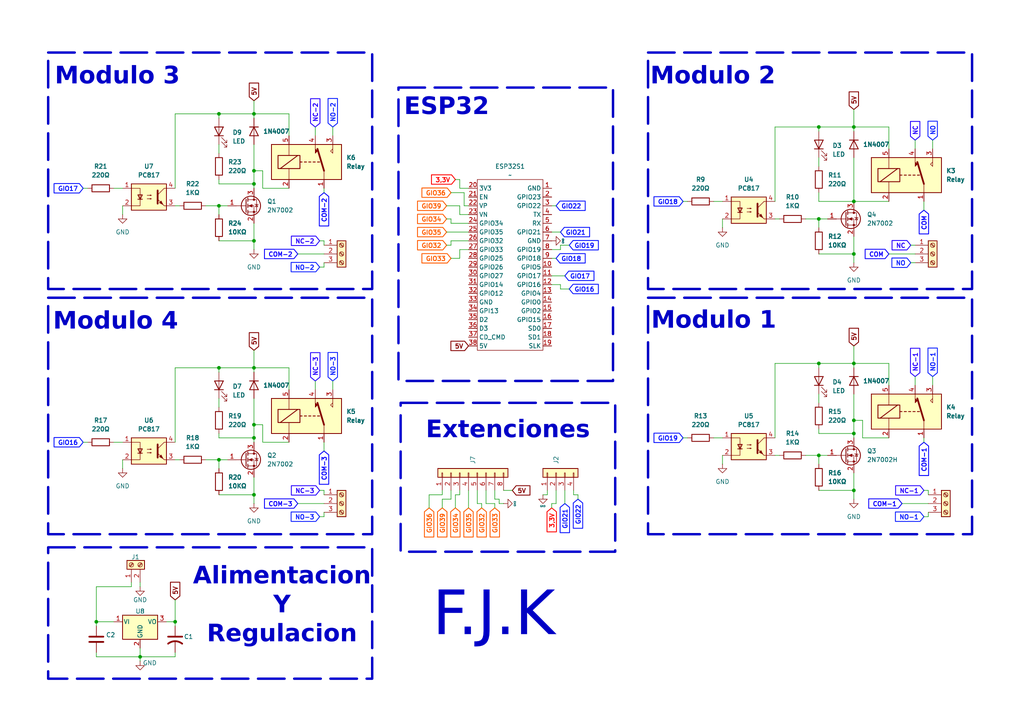
<source format=kicad_sch>
(kicad_sch (version 20250114) (generator "eeschema") (generator_version "9.0")
  (paper "A4")
  (title_block (title "RELE-WIFI"))
  (lib_symbols
    (symbol "6°3RA_Nahuel:ESP32S_32_PINES"
      (property "Reference" "ESP32S" (at 0 0 0))
      (symbol "ESP32S_32_PINES_1_1"
        (pin input line (at -12.7 -3.81 0) (length 2.54) (name "3V3") (number "20"))
        (pin input line (at -12.7 -6.35 0) (length 2.54) (name "EN") (number "21"))
        (pin input line (at -12.7 -8.89 0) (length 2.54) (name "VP") (number "22"))
        (pin input line (at -12.7 -11.43 0) (length 2.54) (name "VN") (number "23"))
        (pin input line (at -12.7 -13.97 0) (length 2.54) (name "GPIO34") (number "24"))
        (pin input line (at -12.7 -16.51 0) (length 2.54) (name "GPIO35") (number "25"))
        (pin input line (at -12.7 -19.05 0) (length 2.54) (name "GPIO32") (number "26"))
        (pin input line (at -12.7 -21.59 0) (length 2.54) (name "GPIO33") (number "27"))
        (pin input line (at -12.7 -24.13 0) (length 2.54) (name "GPIO25") (number "28"))
        (pin input line (at -12.7 -26.67 0) (length 2.54) (name "GPIO26") (number "29"))
        (pin input line (at -12.7 -29.21 0) (length 2.54) (name "GPIO27") (number "30"))
        (pin input line (at -12.7 -31.75 0) (length 2.54) (name "GPIO14") (number "31"))
        (pin input line (at -12.7 -34.29 0) (length 2.54) (name "GPIO12") (number "32"))
        (pin input line (at -12.7 -36.83 0) (length 2.54) (name "GND") (number "33"))
        (pin input line (at -12.7 -39.37 0) (length 2.54) (name "GPI13") (number "34"))
        (pin input line (at -12.7 -41.91 0) (length 2.54) (name "D2") (number "35"))
        (pin input line (at -12.7 -44.45 0) (length 2.54) (name "D3") (number "36"))
        (pin input line (at -12.7 -46.99 0) (length 2.54) (name "CD_CMD") (number "37"))
        (pin input line (at -12.7 -49.53 0) (length 2.54) (name "5V") (number "38"))
        (pin input line (at 11.43 -3.81 180) (length 2.54) (name "GND") (number "1"))
        (pin input line (at 11.43 -6.35 180) (length 2.54) (name "GPIO23") (number "2"))
        (pin input line (at 11.43 -8.89 180) (length 2.54) (name "GPIO22") (number "3"))
        (pin input line (at 11.43 -11.43 180) (length 2.54) (name "TX") (number "4"))
        (pin input line (at 11.43 -13.97 180) (length 2.54) (name "RX") (number "5"))
        (pin input line (at 11.43 -16.51 180) (length 2.54) (name "GPIO21") (number "6"))
        (pin input line (at 11.43 -19.05 180) (length 2.54) (name "GND") (number "7"))
        (pin input line (at 11.43 -21.59 180) (length 2.54) (name "GPIO19") (number "8"))
        (pin input line (at 11.43 -24.13 180) (length 2.54) (name "GPIO18") (number "9"))
        (pin input line (at 11.43 -26.67 180) (length 2.54) (name "GPIO5") (number "10"))
        (pin input line (at 11.43 -29.21 180) (length 2.54) (name "GPIO17") (number "11"))
        (pin input line (at 11.43 -31.75 180) (length 2.54) (name "GPIO16") (number "12"))
        (pin input line (at 11.43 -34.29 180) (length 2.54) (name "GPIO4") (number "13"))
        (pin input line (at 11.43 -36.83 180) (length 2.54) (name "GPIO0") (number "14"))
        (pin input line (at 11.43 -39.37 180) (length 2.54) (name "GPIO2") (number "15"))
        (pin input line (at 11.43 -41.91 180) (length 2.54) (name "GPIO15") (number "16"))
        (pin input line (at 11.43 -44.45 180) (length 2.54) (name "SD0") (number "17"))
        (pin input line (at 11.43 -46.99 180) (length 2.54) (name "SD1") (number "18"))
        (pin input line (at 11.43 -49.53 180) (length 2.54) (name "SLK") (number "19"))
      )
    )
    (symbol "Connector:Screw_Terminal_01x02" (pin_names (offset 1.016) (hide yes))
      (property "Reference" "J" (at 0 2.54 0))
      (property "Value" "Screw_Terminal_01x02" (at 0 -5.08 0))
      (symbol "Screw_Terminal_01x02_1_1"
        (pin passive line (at -5.08 0 0) (length 3.81) (name "Pin_1") (number "1"))
        (pin passive line (at -5.08 -2.54 0) (length 3.81) (name "Pin_2") (number "2"))
      )
    )
    (symbol "Connector:Screw_Terminal_01x03" (pin_names (offset 1.016) (hide yes))
      (property "Reference" "J" (at 0 5.08 0))
      (property "Value" "Screw_Terminal_01x03" (at 0 -5.08 0))
      (symbol "Screw_Terminal_01x03_1_1"
        (pin passive line (at -5.08 2.54 0) (length 3.81) (name "Pin_1") (number "1"))
        (pin passive line (at -5.08 0 0) (length 3.81) (name "Pin_2") (number "2"))
        (pin passive line (at -5.08 -2.54 0) (length 3.81) (name "Pin_3") (number "3"))
      )
    )
    (symbol "Connector_Generic:Conn_01x04" (pin_names (offset 1.016) (hide yes))
      (property "Reference" "J" (at 0 5.08 0))
      (property "Value" "Conn_01x04" (at 0 -7.62 0))
      (symbol "Conn_01x04_1_1"
        (pin passive line (at -5.08 2.54 0) (length 3.81) (name "Pin_1") (number "1"))
        (pin passive line (at -5.08 0 0) (length 3.81) (name "Pin_2") (number "2"))
        (pin passive line (at -5.08 -2.54 0) (length 3.81) (name "Pin_3") (number "3"))
        (pin passive line (at -5.08 -5.08 0) (length 3.81) (name "Pin_4") (number "4"))
      )
    )
    (symbol "Connector_Generic:Conn_01x08" (pin_names (offset 1.016) (hide yes))
      (property "Reference" "J" (at 0 10.16 0))
      (property "Value" "Conn_01x08" (at 0 -12.7 0))
      (symbol "Conn_01x08_1_1"
        (pin passive line (at -5.08 7.62 0) (length 3.81) (name "Pin_1") (number "1"))
        (pin passive line (at -5.08 5.08 0) (length 3.81) (name "Pin_2") (number "2"))
        (pin passive line (at -5.08 2.54 0) (length 3.81) (name "Pin_3") (number "3"))
        (pin passive line (at -5.08 0 0) (length 3.81) (name "Pin_4") (number "4"))
        (pin passive line (at -5.08 -2.54 0) (length 3.81) (name "Pin_5") (number "5"))
        (pin passive line (at -5.08 -5.08 0) (length 3.81) (name "Pin_6") (number "6"))
        (pin passive line (at -5.08 -7.62 0) (length 3.81) (name "Pin_7") (number "7"))
        (pin passive line (at -5.08 -10.16 0) (length 3.81) (name "Pin_8") (number "8"))
      )
    )
    (symbol "Device:C" (pin_numbers (hide yes)) (pin_names (offset 0.254))
      (property "Reference" "C" (at 0.635 2.54 0))
      (property "Value" "C" (at 0.635 -2.54 0))
      (symbol "C_1_1"
        (pin passive line (at 0 3.81 270) (length 2.794) (name "~") (number "1"))
        (pin passive line (at 0 -3.81 90) (length 2.794) (name "~") (number "2"))
      )
    )
    (symbol "Device:C_US" (pin_numbers (hide yes)) (pin_names (offset 0.254) (hide yes))
      (property "Reference" "C" (at 0.635 2.54 0))
      (property "Value" "C_US" (at 0.635 -2.54 0))
      (symbol "C_US_1_1"
        (pin passive line (at 0 3.81 270) (length 2.794) (name "~") (number "1"))
        (pin passive line (at 0 -3.81 90) (length 3.302) (name "~") (number "2"))
      )
    )
    (symbol "Device:LED" (pin_numbers (hide yes)) (pin_names (offset 1.016) (hide yes))
      (property "Reference" "D" (at 0 2.54 0))
      (property "Value" "LED" (at 0 -2.54 0))
      (symbol "LED_1_1"
        (pin passive line (at -3.81 0 0) (length 2.54) (name "K") (number "1"))
        (pin passive line (at 3.81 0 180) (length 2.54) (name "A") (number "2"))
      )
    )
    (symbol "Device:R" (pin_numbers (hide yes)) (pin_names (offset 0))
      (property "Reference" "R" (at 2.032 0 90))
      (property "Value" "R" (at 0 0 90))
      (symbol "R_1_1"
        (pin passive line (at 0 3.81 270) (length 1.27) (name "~") (number "1"))
        (pin passive line (at 0 -3.81 90) (length 1.27) (name "~") (number "2"))
      )
    )
    (symbol "Diode:1N4007" (pin_numbers (hide yes)) (pin_names (hide yes))
      (property "Reference" "D" (at 0 2.54 0))
      (property "Value" "1N4007" (at 0 -2.54 0))
      (symbol "1N4007_1_1"
        (pin passive line (at -3.81 0 0) (length 2.54) (name "K") (number "1"))
        (pin passive line (at 3.81 0 180) (length 2.54) (name "A") (number "2"))
      )
    )
    (symbol "Isolator:PC817" (pin_names (offset 1.016))
      (property "Reference" "U" (at -5.08 5.08 0))
      (property "Value" "PC817" (at 0 5.08 0))
      (symbol "PC817_1_1"
        (pin passive line (at -7.62 2.54 0) (length 2.54) (name "~") (number "1"))
        (pin passive line (at -7.62 -2.54 0) (length 2.54) (name "~") (number "2"))
        (pin passive line (at 7.62 2.54 180) (length 2.54) (name "~") (number "4"))
        (pin passive line (at 7.62 -2.54 180) (length 2.54) (name "~") (number "3"))
      )
    )
    (symbol "Regulator_Linear:KA78M05_TO252" (pin_names (offset 0.254))
      (property "Reference" "U" (at -3.81 3.175 0))
      (property "Value" "KA78M05_TO252" (at 0 3.175 0))
      (symbol "KA78M05_TO252_1_1"
        (pin power_in line (at -7.62 0 0) (length 2.54) (name "VI") (number "1"))
        (pin power_in line (at 0 -7.62 90) (length 2.54) (name "GND") (number "2"))
        (pin power_out line (at 7.62 0 180) (length 2.54) (name "VO") (number "3"))
      )
    )
    (symbol "Relay:SANYOU_SRD_Form_C"
      (property "Reference" "K" (at 11.43 3.81 0))
      (property "Value" "SANYOU_SRD_Form_C" (at 11.43 1.27 0))
      (symbol "SANYOU_SRD_Form_C_1_1"
        (pin passive line (at -5.08 7.62 270) (length 2.54) (name "~") (number "5"))
        (pin passive line (at -5.08 -7.62 90) (length 2.54) (name "~") (number "2"))
        (pin passive line (at 2.54 7.62 270) (length 2.54) (name "~") (number "4"))
        (pin passive line (at 5.08 -7.62 90) (length 2.54) (name "~") (number "1"))
        (pin passive line (at 7.62 7.62 270) (length 2.54) (name "~") (number "3"))
      )
    )
    (symbol "Transistor_FET:2N7002" (pin_names (hide yes))
      (property "Reference" "Q" (at 5.08 1.905 0))
      (property "Value" "2N7002" (at 5.08 0 0))
      (symbol "2N7002_1_1"
        (pin input line (at -5.08 0 0) (length 2.54) (name "G") (number "1"))
        (pin passive line (at 2.54 5.08 270) (length 2.54) (name "D") (number "3"))
        (pin passive line (at 2.54 -5.08 90) (length 2.54) (name "S") (number "2"))
      )
    )
    (symbol "Transistor_FET:2N7002H" (pin_names (hide yes))
      (property "Reference" "Q" (at 5.08 1.905 0))
      (property "Value" "2N7002H" (at 5.08 0 0))
      (symbol "2N7002H_1_1"
        (pin input line (at -5.08 0 0) (length 2.54) (name "G") (number "1"))
        (pin passive line (at 2.54 5.08 270) (length 2.54) (name "D") (number "3"))
        (pin passive line (at 2.54 -5.08 90) (length 2.54) (name "S") (number "2"))
      )
    )
    (symbol "power:GND" (power) (pin_numbers (hide yes)) (pin_names (offset 0) (hide yes))
      (property "Value" "GND" (at 0 -3.81 0))
      (symbol "GND_1_1"
        (pin power_in line (at 0 0 270) (length 0) (name "~") (number "1"))
      )
    )
  )
  (rectangle (start 13.97 158.75) (end 107.95 196.85) (stroke (width 0.7) (type dash)))
  (rectangle (start 13.97 15.24) (end 107.95 83.82) (stroke (width 0.7) (type dash)))
  (rectangle (start 115.57 25.4) (end 177.8 110.49) (stroke (width 0.7) (type dash)))
  (rectangle (start 116.205 116.84) (end 178.435 160.02) (stroke (width 0.7) (type dash)))
  (rectangle (start 187.96 15.24) (end 281.94 83.82) (stroke (width 0.7) (type dash)))
  (rectangle (start 13.97 86.36) (end 107.95 154.94) (stroke (width 0.7) (type dash)))
  (rectangle (start 187.96 86.36) (end 281.94 154.94) (stroke (width 0.7) (type dash)))
  (text "ESP32" (at 129.54 32.512 0) (effects (font (size 5 5) (thickness 0.254) (bold yes))))
  (text "Modulo 1\n" (at 207.01 94.488 0) (effects (font (size 5 5) (thickness 0.254) (bold yes))))
  (text "F.J.K" (at 143.256 182.118 0) (effects (font (size 12.7 12.7))))
  (text "Extenciones" (at 147.32 126.238 0) (effects (font (size 5 5) (thickness 0.254) (bold yes))))
  (text "Modulo 2\n" (at 206.756 23.622 0) (effects (font (size 5 5) (thickness 0.254) (bold yes))))
  (text "Alimentacion\nY\nRegulacion" (at 81.788 177.038 0) (effects (font (size 5 5) (thickness 0.254) (bold yes))))
  (text "Modulo 4" (at 33.528 94.742 0) (effects (font (size 5 5) (thickness 0.254) (bold yes))))
  (text "Modulo 3" (at 34.036 23.622 0) (effects (font (size 5 5) (thickness 0.254) (bold yes))))
  (junction (at 247.65 121.92))
  (junction (at 247.65 125.73))
  (junction (at 73.66 69.85))
  (junction (at 63.5 33.02))
  (junction (at 237.49 132.08))
  (junction (at 73.66 49.53))
  (junction (at 237.49 36.83))
  (junction (at 73.66 53.34))
  (junction (at 237.49 105.41))
  (junction (at 73.66 33.02))
  (junction (at 73.66 127))
  (junction (at 247.65 105.41))
  (junction (at 63.5 59.69))
  (junction (at 247.65 36.83))
  (junction (at 63.5 106.68))
  (junction (at 50.8 180.34))
  (junction (at 237.49 63.5))
  (junction (at 73.66 106.68))
  (junction (at 247.65 73.66))
  (junction (at 73.66 123.19))
  (junction (at 247.65 58.42))
  (junction (at 247.65 142.24))
  (junction (at 73.66 143.51))
  (junction (at 40.64 190.5))
  (junction (at 27.94 180.34))
  (junction (at 63.5 133.35))
  (wire (pts (xy 93.98 69.85) (xy 92.71 69.85)))
  (wire (pts (xy 128.27 147.32) (xy 128.27 144.78)))
  (wire (pts (xy 144.78 144.78) (xy 144.78 146.05)))
  (wire (pts (xy 160.02 146.05) (xy 161.29 146.05)))
  (wire (pts (xy 257.81 105.41) (xy 247.65 105.41)))
  (wire (pts (xy 269.24 142.24) (xy 269.24 143.51)))
  (wire (pts (xy 224.79 36.83) (xy 237.49 36.83)))
  (wire (pts (xy 233.68 132.08) (xy 237.49 132.08)))
  (wire (pts (xy 73.66 69.85) (xy 73.66 72.39)))
  (wire (pts (xy 73.66 101.6) (xy 73.66 106.68)))
  (wire (pts (xy 143.51 146.05) (xy 140.97 146.05)))
  (wire (pts (xy 73.66 138.43) (xy 73.66 143.51)))
  (wire (pts (xy 50.8 173.99) (xy 50.8 180.34)))
  (wire (pts (xy 35.56 133.35) (xy 35.56 135.89)))
  (wire (pts (xy 73.66 33.02) (xy 73.66 34.29)))
  (wire (pts (xy 93.98 149.86) (xy 92.71 149.86)))
  (wire (pts (xy 63.5 53.34) (xy 73.66 53.34)))
  (wire (pts (xy 143.51 147.32) (xy 143.51 146.05)))
  (wire (pts (xy 247.65 105.41) (xy 247.65 106.68)))
  (wire (pts (xy 157.48 143.51) (xy 158.75 143.51)))
  (wire (pts (xy 130.81 63.5) (xy 130.81 64.77)))
  (wire (pts (xy 265.43 76.2) (xy 264.16 76.2)))
  (wire (pts (xy 91.44 110.49) (xy 91.44 113.03)))
  (wire (pts (xy 63.5 59.69) (xy 63.5 62.23)))
  (wire (pts (xy 247.65 73.66) (xy 247.65 76.2)))
  (wire (pts (xy 267.97 127) (xy 267.97 128.27)))
  (wire (pts (xy 140.97 146.05) (xy 140.97 142.24)))
  (wire (pts (xy 132.08 147.32) (xy 132.08 143.51)))
  (wire (pts (xy 209.55 132.08) (xy 209.55 134.62)))
  (wire (pts (xy 130.81 64.77) (xy 135.89 64.77)))
  (wire (pts (xy 96.52 36.83) (xy 96.52 39.37)))
  (wire (pts (xy 160.02 72.39) (xy 162.56 72.39)))
  (wire (pts (xy 93.98 73.66) (xy 86.36 73.66)))
  (wire (pts (xy 124.46 147.32) (xy 124.46 143.51)))
  (wire (pts (xy 143.51 142.24) (xy 143.51 144.78)))
  (wire (pts (xy 257.81 127) (xy 250.19 127)))
  (wire (pts (xy 237.49 58.42) (xy 237.49 55.88)))
  (wire (pts (xy 50.8 189.23) (xy 50.8 190.5)))
  (wire (pts (xy 130.81 71.12) (xy 129.54 71.12)))
  (wire (pts (xy 83.82 106.68) (xy 73.66 106.68)))
  (wire (pts (xy 33.02 128.27) (xy 35.56 128.27)))
  (wire (pts (xy 133.35 74.93) (xy 133.35 72.39)))
  (wire (pts (xy 63.5 115.57) (xy 63.5 118.11)))
  (wire (pts (xy 237.49 132.08) (xy 237.49 134.62)))
  (wire (pts (xy 63.5 106.68) (xy 73.66 106.68)))
  (wire (pts (xy 83.82 33.02) (xy 73.66 33.02)))
  (wire (pts (xy 138.43 146.05) (xy 138.43 142.24)))
  (wire (pts (xy 27.94 170.18) (xy 38.1 170.18)))
  (wire (pts (xy 224.79 105.41) (xy 224.79 127)))
  (wire (pts (xy 50.8 106.68) (xy 63.5 106.68)))
  (wire (pts (xy 237.49 63.5) (xy 237.49 66.04)))
  (wire (pts (xy 76.2 128.27) (xy 76.2 123.19)))
  (wire (pts (xy 76.2 54.61) (xy 76.2 49.53)))
  (wire (pts (xy 198.12 58.42) (xy 199.39 58.42)))
  (wire (pts (xy 73.66 123.19) (xy 73.66 127)))
  (wire (pts (xy 207.01 58.42) (xy 209.55 58.42)))
  (wire (pts (xy 160.02 67.31) (xy 162.56 67.31)))
  (wire (pts (xy 93.98 69.85) (xy 93.98 71.12)))
  (wire (pts (xy 139.7 147.32) (xy 139.7 146.05)))
  (wire (pts (xy 247.65 137.16) (xy 247.65 142.24)))
  (wire (pts (xy 129.54 63.5) (xy 130.81 63.5)))
  (wire (pts (xy 269.24 146.05) (xy 261.62 146.05)))
  (wire (pts (xy 144.78 146.05) (xy 146.05 146.05)))
  (wire (pts (xy 50.8 181.61) (xy 50.8 180.34)))
  (wire (pts (xy 40.64 190.5) (xy 40.64 191.77)))
  (wire (pts (xy 224.79 105.41) (xy 237.49 105.41)))
  (wire (pts (xy 130.81 144.78) (xy 130.81 142.24)))
  (wire (pts (xy 265.43 71.12) (xy 264.16 71.12)))
  (wire (pts (xy 207.01 127) (xy 209.55 127)))
  (wire (pts (xy 198.12 127) (xy 199.39 127)))
  (wire (pts (xy 35.56 59.69) (xy 35.56 62.23)))
  (wire (pts (xy 250.19 127) (xy 250.19 121.92)))
  (wire (pts (xy 133.35 59.69) (xy 129.54 59.69)))
  (wire (pts (xy 27.94 190.5) (xy 40.64 190.5)))
  (wire (pts (xy 247.65 58.42) (xy 257.81 58.42)))
  (wire (pts (xy 134.62 59.69) (xy 135.89 59.69)))
  (wire (pts (xy 73.66 53.34) (xy 73.66 54.61)))
  (wire (pts (xy 63.5 33.02) (xy 63.5 34.29)))
  (wire (pts (xy 27.94 181.61) (xy 27.94 180.34)))
  (wire (pts (xy 247.65 100.33) (xy 247.65 105.41)))
  (wire (pts (xy 24.13 54.61) (xy 25.4 54.61)))
  (wire (pts (xy 247.65 68.58) (xy 247.65 73.66)))
  (wire (pts (xy 50.8 33.02) (xy 50.8 54.61)))
  (wire (pts (xy 93.98 128.27) (xy 93.98 130.81)))
  (wire (pts (xy 162.56 82.55) (xy 162.56 83.82)))
  (wire (pts (xy 224.79 63.5) (xy 226.06 63.5)))
  (wire (pts (xy 63.5 127) (xy 63.5 125.73)))
  (wire (pts (xy 83.82 54.61) (xy 76.2 54.61)))
  (wire (pts (xy 265.43 40.64) (xy 265.43 43.18)))
  (wire (pts (xy 76.2 123.19) (xy 73.66 123.19)))
  (wire (pts (xy 73.66 41.91) (xy 73.66 49.53)))
  (wire (pts (xy 247.65 142.24) (xy 247.65 144.78)))
  (wire (pts (xy 93.98 149.86) (xy 93.98 148.59)))
  (wire (pts (xy 50.8 133.35) (xy 52.07 133.35)))
  (wire (pts (xy 128.27 144.78) (xy 130.81 144.78)))
  (wire (pts (xy 73.66 106.68) (xy 73.66 107.95)))
  (wire (pts (xy 48.26 180.34) (xy 50.8 180.34)))
  (wire (pts (xy 93.98 77.47) (xy 92.71 77.47)))
  (wire (pts (xy 130.81 55.88) (xy 134.62 55.88)))
  (wire (pts (xy 160.02 59.69) (xy 161.29 59.69)))
  (wire (pts (xy 133.35 72.39) (xy 135.89 72.39)))
  (wire (pts (xy 237.49 36.83) (xy 247.65 36.83)))
  (wire (pts (xy 237.49 45.72) (xy 237.49 48.26)))
  (wire (pts (xy 63.5 33.02) (xy 73.66 33.02)))
  (wire (pts (xy 27.94 180.34) (xy 33.02 180.34)))
  (wire (pts (xy 167.64 144.78) (xy 167.64 143.51)))
  (wire (pts (xy 124.46 143.51) (xy 128.27 143.51)))
  (wire (pts (xy 162.56 71.12) (xy 165.1 71.12)))
  (wire (pts (xy 237.49 125.73) (xy 247.65 125.73)))
  (wire (pts (xy 63.5 127) (xy 73.66 127)))
  (wire (pts (xy 27.94 189.23) (xy 27.94 190.5)))
  (wire (pts (xy 143.51 144.78) (xy 144.78 144.78)))
  (wire (pts (xy 63.5 69.85) (xy 73.66 69.85)))
  (wire (pts (xy 83.82 128.27) (xy 76.2 128.27)))
  (wire (pts (xy 247.65 31.75) (xy 247.65 36.83)))
  (wire (pts (xy 40.64 187.96) (xy 40.64 190.5)))
  (wire (pts (xy 93.98 142.24) (xy 92.71 142.24)))
  (wire (pts (xy 130.81 69.85) (xy 130.81 71.12)))
  (wire (pts (xy 59.69 133.35) (xy 63.5 133.35)))
  (wire (pts (xy 237.49 73.66) (xy 247.65 73.66)))
  (wire (pts (xy 40.64 168.91) (xy 40.64 170.18)))
  (wire (pts (xy 162.56 83.82) (xy 165.1 83.82)))
  (wire (pts (xy 247.65 125.73) (xy 247.65 127)))
  (wire (pts (xy 247.65 121.92) (xy 247.65 125.73)))
  (wire (pts (xy 162.56 72.39) (xy 162.56 71.12)))
  (wire (pts (xy 250.19 121.92) (xy 247.65 121.92)))
  (wire (pts (xy 247.65 114.3) (xy 247.65 121.92)))
  (wire (pts (xy 96.52 110.49) (xy 96.52 113.03)))
  (wire (pts (xy 269.24 149.86) (xy 269.24 148.59)))
  (wire (pts (xy 161.29 146.05) (xy 161.29 142.24)))
  (wire (pts (xy 83.82 33.02) (xy 83.82 39.37)))
  (wire (pts (xy 133.35 62.23) (xy 133.35 59.69)))
  (wire (pts (xy 73.66 29.21) (xy 73.66 33.02)))
  (wire (pts (xy 50.8 106.68) (xy 50.8 128.27)))
  (wire (pts (xy 237.49 36.83) (xy 237.49 38.1)))
  (wire (pts (xy 133.35 54.61) (xy 133.35 52.07)))
  (wire (pts (xy 128.27 143.51) (xy 128.27 142.24)))
  (wire (pts (xy 63.5 59.69) (xy 66.04 59.69)))
  (wire (pts (xy 50.8 190.5) (xy 40.64 190.5)))
  (wire (pts (xy 269.24 142.24) (xy 267.97 142.24)))
  (wire (pts (xy 237.49 142.24) (xy 247.65 142.24)))
  (wire (pts (xy 63.5 133.35) (xy 66.04 133.35)))
  (wire (pts (xy 160.02 147.32) (xy 160.02 146.05)))
  (wire (pts (xy 135.89 54.61) (xy 133.35 54.61)))
  (wire (pts (xy 139.7 146.05) (xy 138.43 146.05)))
  (wire (pts (xy 237.49 125.73) (xy 237.49 124.46)))
  (wire (pts (xy 33.02 54.61) (xy 35.56 54.61)))
  (wire (pts (xy 267.97 58.42) (xy 267.97 60.96)))
  (wire (pts (xy 38.1 168.91) (xy 38.1 170.18)))
  (wire (pts (xy 158.75 142.24) (xy 158.75 143.51)))
  (wire (pts (xy 209.55 63.5) (xy 209.55 66.04)))
  (wire (pts (xy 91.44 36.83) (xy 91.44 39.37)))
  (wire (pts (xy 167.64 143.51) (xy 166.37 143.51)))
  (wire (pts (xy 63.5 41.91) (xy 63.5 44.45)))
  (wire (pts (xy 257.81 36.83) (xy 257.81 43.18)))
  (wire (pts (xy 93.98 142.24) (xy 93.98 143.51)))
  (wire (pts (xy 224.79 36.83) (xy 224.79 58.42)))
  (wire (pts (xy 59.69 59.69) (xy 63.5 59.69)))
  (wire (pts (xy 247.65 36.83) (xy 247.65 38.1)))
  (wire (pts (xy 237.49 132.08) (xy 240.03 132.08)))
  (wire (pts (xy 160.02 82.55) (xy 162.56 82.55)))
  (wire (pts (xy 93.98 77.47) (xy 93.98 76.2)))
  (wire (pts (xy 24.13 128.27) (xy 25.4 128.27)))
  (wire (pts (xy 233.68 63.5) (xy 237.49 63.5)))
  (wire (pts (xy 93.98 146.05) (xy 86.36 146.05)))
  (wire (pts (xy 237.49 58.42) (xy 247.65 58.42)))
  (wire (pts (xy 50.8 33.02) (xy 63.5 33.02)))
  (wire (pts (xy 270.51 109.22) (xy 270.51 111.76)))
  (wire (pts (xy 83.82 106.68) (xy 83.82 113.03)))
  (wire (pts (xy 265.43 109.22) (xy 265.43 111.76)))
  (wire (pts (xy 269.24 149.86) (xy 267.97 149.86)))
  (wire (pts (xy 146.05 142.24) (xy 148.59 142.24)))
  (wire (pts (xy 63.5 106.68) (xy 63.5 107.95)))
  (wire (pts (xy 73.66 49.53) (xy 73.66 53.34)))
  (wire (pts (xy 133.35 52.07) (xy 132.08 52.07)))
  (wire (pts (xy 270.51 40.64) (xy 270.51 43.18)))
  (wire (pts (xy 237.49 63.5) (xy 240.03 63.5)))
  (wire (pts (xy 160.02 74.93) (xy 161.29 74.93)))
  (wire (pts (xy 135.89 62.23) (xy 133.35 62.23)))
  (wire (pts (xy 93.98 54.61) (xy 93.98 55.88)))
  (wire (pts (xy 133.35 143.51) (xy 133.35 142.24)))
  (wire (pts (xy 130.81 74.93) (xy 133.35 74.93)))
  (wire (pts (xy 63.5 143.51) (xy 73.66 143.51)))
  (wire (pts (xy 237.49 114.3) (xy 237.49 116.84)))
  (wire (pts (xy 163.83 142.24) (xy 163.83 146.05)))
  (wire (pts (xy 76.2 49.53) (xy 73.66 49.53)))
  (wire (pts (xy 73.66 115.57) (xy 73.66 123.19)))
  (wire (pts (xy 237.49 105.41) (xy 237.49 106.68)))
  (wire (pts (xy 135.89 69.85) (xy 130.81 69.85)))
  (wire (pts (xy 27.94 170.18) (xy 27.94 180.34)))
  (wire (pts (xy 129.54 67.31) (xy 135.89 67.31)))
  (wire (pts (xy 73.66 64.77) (xy 73.66 69.85)))
  (wire (pts (xy 224.79 132.08) (xy 226.06 132.08)))
  (wire (pts (xy 73.66 143.51) (xy 73.66 146.05)))
  (wire (pts (xy 134.62 55.88) (xy 134.62 59.69)))
  (wire (pts (xy 50.8 59.69) (xy 52.07 59.69)))
  (wire (pts (xy 73.66 127) (xy 73.66 128.27)))
  (wire (pts (xy 160.02 80.01) (xy 163.83 80.01)))
  (wire (pts (xy 265.43 73.66) (xy 257.81 73.66)))
  (wire (pts (xy 166.37 143.51) (xy 166.37 142.24)))
  (wire (pts (xy 257.81 36.83) (xy 247.65 36.83)))
  (wire (pts (xy 132.08 143.51) (xy 133.35 143.51)))
  (wire (pts (xy 257.81 105.41) (xy 257.81 111.76)))
  (wire (pts (xy 63.5 53.34) (xy 63.5 52.07)))
  (wire (pts (xy 63.5 133.35) (xy 63.5 135.89)))
  (wire (pts (xy 237.49 105.41) (xy 247.65 105.41)))
  (wire (pts (xy 247.65 45.72) (xy 247.65 58.42)))
  (wire (pts (xy 135.89 147.32) (xy 135.89 142.24)))
  (global_label "5V" (shape input) (at 247.65 31.75 90) (effects (font (thickness 0.254) (bold yes))) (property "Intersheetrefs" "${INTERSHEET_REFS}" (effects (hide yes))))
  (global_label "NC-1" (shape input) (at 265.43 109.22 90) (effects (font (thickness 0.254) (bold yes))) (property "Intersheetrefs" "${INTERSHEET_REFS}" (effects (hide yes))))
  (global_label "GIO36" (shape input) (at 124.46 147.32 270) (effects (font (thickness 0.254) (bold yes))) (property "Intersheetrefs" "${INTERSHEET_REFS}" (effects (hide yes))))
  (global_label "GIO21" (shape input) (at 162.56 67.31 0) (effects (font (thickness 0.254) (bold yes))) (property "Intersheetrefs" "${INTERSHEET_REFS}" (effects (hide yes))))
  (global_label "GIO33" (shape input) (at 143.51 147.32 270) (effects (font (thickness 0.254) (bold yes))) (property "Intersheetrefs" "${INTERSHEET_REFS}" (effects (hide yes))))
  (global_label "GIO21" (shape input) (at 163.83 146.05 270) (effects (font (thickness 0.254) (bold yes))) (property "Intersheetrefs" "${INTERSHEET_REFS}" (effects (hide yes))))
  (global_label "GIO35" (shape input) (at 129.54 67.31 180) (effects (font (thickness 0.254) (bold yes))) (property "Intersheetrefs" "${INTERSHEET_REFS}" (effects (hide yes))))
  (global_label "5V" (shape input) (at 73.66 101.6 90) (effects (font (thickness 0.254) (bold yes))) (property "Intersheetrefs" "${INTERSHEET_REFS}" (effects (hide yes))))
  (global_label "NO-1" (shape input) (at 270.51 109.22 90) (effects (font (thickness 0.254) (bold yes))) (property "Intersheetrefs" "${INTERSHEET_REFS}" (effects (hide yes))))
  (global_label "COM" (shape input) (at 267.97 60.96 270) (effects (font (thickness 0.254) (bold yes))) (property "Intersheetrefs" "${INTERSHEET_REFS}" (effects (hide yes))))
  (global_label "GIO39" (shape input) (at 128.27 147.32 270) (effects (font (thickness 0.254) (bold yes))) (property "Intersheetrefs" "${INTERSHEET_REFS}" (effects (hide yes))))
  (global_label "NO" (shape input) (at 264.16 76.2 180) (effects (font (thickness 0.254) (bold yes))) (property "Intersheetrefs" "${INTERSHEET_REFS}" (effects (hide yes))))
  (global_label "GIO22" (shape input) (at 167.64 144.78 270) (effects (font (thickness 0.254) (bold yes))) (property "Intersheetrefs" "${INTERSHEET_REFS}" (effects (hide yes))))
  (global_label "GIO34" (shape input) (at 132.08 147.32 270) (effects (font (thickness 0.254) (bold yes))) (property "Intersheetrefs" "${INTERSHEET_REFS}" (effects (hide yes))))
  (global_label "COM-3" (shape input) (at 93.98 130.81 270) (effects (font (thickness 0.254) (bold yes))) (property "Intersheetrefs" "${INTERSHEET_REFS}" (effects (hide yes))))
  (global_label "GIO36" (shape input) (at 130.81 55.88 180) (effects (font (thickness 0.254) (bold yes))) (property "Intersheetrefs" "${INTERSHEET_REFS}" (effects (hide yes))))
  (global_label "5V" (shape input) (at 247.65 100.33 90) (effects (font (thickness 0.254) (bold yes))) (property "Intersheetrefs" "${INTERSHEET_REFS}" (effects (hide yes))))
  (global_label "NC-3" (shape input) (at 91.44 110.49 90) (effects (font (thickness 0.254) (bold yes))) (property "Intersheetrefs" "${INTERSHEET_REFS}" (effects (hide yes))))
  (global_label "GIO32" (shape input) (at 139.7 147.32 270) (effects (font (thickness 0.254) (bold yes))) (property "Intersheetrefs" "${INTERSHEET_REFS}" (effects (hide yes))))
  (global_label "COM-1" (shape input) (at 267.97 128.27 270) (effects (font (thickness 0.254) (bold yes))) (property "Intersheetrefs" "${INTERSHEET_REFS}" (effects (hide yes))))
  (global_label "GIO17" (shape input) (at 163.83 80.01 0) (effects (font (thickness 0.254) (bold yes))) (property "Intersheetrefs" "${INTERSHEET_REFS}" (effects (hide yes))))
  (global_label "GIO18" (shape input) (at 161.29 74.93 0) (effects (font (thickness 0.254) (bold yes))) (property "Intersheetrefs" "${INTERSHEET_REFS}" (effects (hide yes))))
  (global_label "GIO33" (shape input) (at 130.81 74.93 180) (effects (font (thickness 0.254) (bold yes))) (property "Intersheetrefs" "${INTERSHEET_REFS}" (effects (hide yes))))
  (global_label "GIO16" (shape input) (at 24.13 128.27 180) (effects (font (thickness 0.254) (bold yes))) (property "Intersheetrefs" "${INTERSHEET_REFS}" (effects (hide yes))))
  (global_label "NO" (shape input) (at 270.51 40.64 90) (effects (font (thickness 0.254) (bold yes))) (property "Intersheetrefs" "${INTERSHEET_REFS}" (effects (hide yes))))
  (global_label "5V" (shape input) (at 50.8 173.99 90) (effects (font (thickness 0.254) (bold yes))) (property "Intersheetrefs" "${INTERSHEET_REFS}" (effects (hide yes))))
  (global_label "NC" (shape input) (at 264.16 71.12 180) (effects (font (thickness 0.254) (bold yes))) (property "Intersheetrefs" "${INTERSHEET_REFS}" (effects (hide yes))))
  (global_label "NO-3" (shape input) (at 96.52 110.49 90) (effects (font (thickness 0.254) (bold yes))) (property "Intersheetrefs" "${INTERSHEET_REFS}" (effects (hide yes))))
  (global_label "GIO35" (shape input) (at 135.89 147.32 270) (effects (font (thickness 0.254) (bold yes))) (property "Intersheetrefs" "${INTERSHEET_REFS}" (effects (hide yes))))
  (global_label "COM-1" (shape input) (at 261.62 146.05 180) (effects (font (thickness 0.254) (bold yes))) (property "Intersheetrefs" "${INTERSHEET_REFS}" (effects (hide yes))))
  (global_label "GIO18" (shape input) (at 198.12 58.42 180) (effects (font (thickness 0.254) (bold yes))) (property "Intersheetrefs" "${INTERSHEET_REFS}" (effects (hide yes))))
  (global_label "GIO16" (shape input) (at 165.1 83.82 0) (effects (font (thickness 0.254) (bold yes))) (property "Intersheetrefs" "${INTERSHEET_REFS}" (effects (hide yes))))
  (global_label "3,3V" (shape input) (at 160.02 147.32 270) (effects (font (thickness 0.254) (bold yes))) (property "Intersheetrefs" "${INTERSHEET_REFS}" (effects (hide yes))))
  (global_label "NC-2" (shape input) (at 91.44 36.83 90) (effects (font (thickness 0.254) (bold yes))) (property "Intersheetrefs" "${INTERSHEET_REFS}" (effects (hide yes))))
  (global_label "NC-2" (shape input) (at 92.71 69.85 180) (effects (font (thickness 0.254) (bold yes))) (property "Intersheetrefs" "${INTERSHEET_REFS}" (effects (hide yes))))
  (global_label "5V" (shape input) (at 148.59 142.24 0) (effects (font (thickness 0.254) (bold yes))) (property "Intersheetrefs" "${INTERSHEET_REFS}" (effects (hide yes))))
  (global_label "GIO19" (shape input) (at 198.12 127 180) (effects (font (thickness 0.254) (bold yes))) (property "Intersheetrefs" "${INTERSHEET_REFS}" (effects (hide yes))))
  (global_label "NO-2" (shape input) (at 92.71 77.47 180) (effects (font (thickness 0.254) (bold yes))) (property "Intersheetrefs" "${INTERSHEET_REFS}" (effects (hide yes))))
  (global_label "COM" (shape input) (at 257.81 73.66 180) (effects (font (thickness 0.254) (bold yes))) (property "Intersheetrefs" "${INTERSHEET_REFS}" (effects (hide yes))))
  (global_label "GIO22" (shape input) (at 161.29 59.69 0) (effects (font (thickness 0.254) (bold yes))) (property "Intersheetrefs" "${INTERSHEET_REFS}" (effects (hide yes))))
  (global_label "NO-1" (shape input) (at 267.97 149.86 180) (effects (font (thickness 0.254) (bold yes))) (property "Intersheetrefs" "${INTERSHEET_REFS}" (effects (hide yes))))
  (global_label "GIO19" (shape input) (at 165.1 71.12 0) (effects (font (thickness 0.254) (bold yes))) (property "Intersheetrefs" "${INTERSHEET_REFS}" (effects (hide yes))))
  (global_label "COM-3" (shape input) (at 86.36 146.05 180) (effects (font (thickness 0.254) (bold yes))) (property "Intersheetrefs" "${INTERSHEET_REFS}" (effects (hide yes))))
  (global_label "NC" (shape input) (at 265.43 40.64 90) (effects (font (thickness 0.254) (bold yes))) (property "Intersheetrefs" "${INTERSHEET_REFS}" (effects (hide yes))))
  (global_label "5V" (shape input) (at 73.66 29.21 90) (effects (font (thickness 0.254) (bold yes))) (property "Intersheetrefs" "${INTERSHEET_REFS}" (effects (hide yes))))
  (global_label "NO-2" (shape input) (at 96.52 36.83 90) (effects (font (thickness 0.254) (bold yes))) (property "Intersheetrefs" "${INTERSHEET_REFS}" (effects (hide yes))))
  (global_label "3,3V" (shape input) (at 132.08 52.07 180) (effects (font (thickness 0.254) (bold yes))) (property "Intersheetrefs" "${INTERSHEET_REFS}" (effects (hide yes))))
  (global_label "NO-3" (shape input) (at 92.71 149.86 180) (effects (font (thickness 0.254) (bold yes))) (property "Intersheetrefs" "${INTERSHEET_REFS}" (effects (hide yes))))
  (global_label "GIO17" (shape input) (at 24.13 54.61 180) (effects (font (thickness 0.254) (bold yes))) (property "Intersheetrefs" "${INTERSHEET_REFS}" (effects (hide yes))))
  (global_label "COM-2" (shape input) (at 86.36 73.66 180) (effects (font (thickness 0.254) (bold yes))) (property "Intersheetrefs" "${INTERSHEET_REFS}" (effects (hide yes))))
  (global_label "5V" (shape input) (at 135.89 100.33 180) (effects (font (thickness 0.254) (bold yes))) (property "Intersheetrefs" "${INTERSHEET_REFS}" (effects (hide yes))))
  (global_label "COM-2" (shape input) (at 93.98 55.88 270) (effects (font (thickness 0.254) (bold yes))) (property "Intersheetrefs" "${INTERSHEET_REFS}" (effects (hide yes))))
  (global_label "NC-1" (shape input) (at 267.97 142.24 180) (effects (font (thickness 0.254) (bold yes))) (property "Intersheetrefs" "${INTERSHEET_REFS}" (effects (hide yes))))
  (global_label "GIO32" (shape input) (at 129.54 71.12 180) (effects (font (thickness 0.254) (bold yes))) (property "Intersheetrefs" "${INTERSHEET_REFS}" (effects (hide yes))))
  (global_label "GIO34" (shape input) (at 129.54 63.5 180) (effects (font (thickness 0.254) (bold yes))) (property "Intersheetrefs" "${INTERSHEET_REFS}" (effects (hide yes))))
  (global_label "GIO39" (shape input) (at 129.54 59.69 180) (effects (font (thickness 0.254) (bold yes))) (property "Intersheetrefs" "${INTERSHEET_REFS}" (effects (hide yes))))
  (global_label "NC-3" (shape input) (at 92.71 142.24 180) (effects (font (thickness 0.254) (bold yes))) (property "Intersheetrefs" "${INTERSHEET_REFS}" (effects (hide yes))))
  (symbol (lib_id "Connector_Generic:Conn_01x04") (at 161.29 137.16 90) (unit 1)
    (property "Reference" "J2" (at 161.2899 134.62 0) (effects (justify left)))
    (property "Value" "Conn_01x04" (effects (hide yes)))
    (property "Footprint" "Connector_PinSocket_2.54mm:PinSocket_1x05_P2.54mm_Vertical" (effects (hide yes)))
    (property "Description" "Generic connector, single row, 01x04, script generated (kicad-library-utils/schlib/autogen/connector/)" (effects (hide yes)))
  )
  (symbol (lib_id "Device:LED") (at 63.5 38.1 90) (unit 1)
    (property "Reference" "D9" (at 67.31 38.4175 90) (effects (font (thickness 0.254) (bold yes)) (justify right)))
    (property "Value" "LED" (at 67.31 40.9575 90) (effects (font (thickness 0.254) (bold yes)) (justify right)))
    (property "Footprint" "LED_SMD:LED_0805_2012Metric" (effects (hide yes)))
    (property "Description" "Light emitting diode" (effects (hide yes)))
    (property "Sim.Pins" "1=K 2=A" (effects (hide yes)))
  )
  (symbol (lib_id "Device:R") (at 63.5 66.04 0) (unit 1)
    (property "Reference" "R24" (at 66.04 64.77 0) (effects (font (thickness 0.254) (bold yes)) (justify left)))
    (property "Value" "10KΩ" (at 66.04 67.31 0) (effects (font (thickness 0.254) (bold yes)) (justify left)))
    (property "Footprint" "Resistor_SMD:R_0805_2012Metric" (effects (hide yes)))
    (property "Description" "Resistor" (effects (hide yes)))
  )
  (symbol (lib_id "Transistor_FET:2N7002") (at 71.12 59.69 0) (unit 1)
    (property "Reference" "Q1" (at 77.47 58.4199 0) (effects (justify left)))
    (property "Value" "2N7002" (at 77.47 60.9599 0) (effects (justify left)))
    (property "Footprint" "Package_TO_SOT_SMD:SOT-23" (effects (hide yes)))
    (property "Datasheet" "https://www.onsemi.com/pub/Collateral/NDS7002A-D.PDF" (effects (hide yes)))
    (property "Description" "0.115A Id, 60V Vds, N-Channel MOSFET, SOT-23" (effects (hide yes)))
  )
  (symbol (lib_id "power:GND") (at 146.05 146.05 90) (unit 1)
    (property "Reference" "#PWR017" (effects (hide yes)))
    (property "Value" "GND" (at 149.352 145.288 0) (effects (font (size 0.5 0.5)) (justify right)))
    (property "Description" "Power symbol creates a global label with name \"GND\" , ground" (effects (hide yes)))
  )
  (symbol (lib_id "power:GND") (at 73.66 146.05 0) (unit 1)
    (property "Reference" "#PWR011" (effects (hide yes)))
    (property "Value" "GND" (at 73.66 151.13 0))
    (property "Description" "Power symbol creates a global label with name \"GND\" , ground" (effects (hide yes)))
  )
  (symbol (lib_id "Device:LED") (at 63.5 111.76 90) (unit 1)
    (property "Reference" "D7" (at 67.31 112.0775 90) (effects (font (thickness 0.254) (bold yes)) (justify right)))
    (property "Value" "LED" (at 67.31 114.6175 90) (effects (font (thickness 0.254) (bold yes)) (justify right)))
    (property "Footprint" "LED_SMD:LED_0805_2012Metric" (effects (hide yes)))
    (property "Description" "Light emitting diode" (effects (hide yes)))
    (property "Sim.Pins" "1=K 2=A" (effects (hide yes)))
  )
  (symbol (lib_id "power:GND") (at 247.65 144.78 0) (unit 1)
    (property "Reference" "#PWR09" (effects (hide yes)))
    (property "Value" "GND" (at 247.65 149.86 0))
    (property "Description" "Power symbol creates a global label with name \"GND\" , ground" (effects (hide yes)))
  )
  (symbol (lib_id "power:GND") (at 209.55 66.04 0) (unit 1)
    (property "Reference" "#PWR01" (effects (hide yes)))
    (property "Value" "GND" (at 209.55 71.12 0))
    (property "Description" "Power symbol creates a global label with name \"GND\" , ground" (effects (hide yes)))
  )
  (symbol (lib_id "6°3RA_Nahuel:ESP32S_32_PINES") (at 148.59 50.8 0) (unit 1)
    (property "Reference" "ESP32S1" (at 147.955 48.26 0))
    (property "Value" "~" (at 147.955 50.8 0))
    (property "Footprint" "6°3RA_Nahuel:ESP32S_38_PINES" (effects (hide yes)))
  )
  (symbol (lib_id "Isolator:PC817") (at 43.18 57.15 0) (unit 1)
    (property "Reference" "U7" (at 43.18 48.26 0) (effects (font (thickness 0.254) (bold yes))))
    (property "Value" "PC817" (at 43.18 50.8 0) (effects (font (thickness 0.254) (bold yes))))
    (property "Footprint" "Package_DIP:DIP-4_W7.62mm" (effects (hide yes)))
    (property "Datasheet" "http://www.soselectronic.cz/a_info/resource/d/pc817.pdf" (effects (hide yes)))
    (property "Description" "DC Optocoupler, Vce 35V, CTR 50-300%, DIP-4" (effects (hide yes)))
  )
  (symbol (lib_id "Device:R") (at 229.87 132.08 90) (unit 1)
    (property "Reference" "R14" (at 229.87 125.73 90) (effects (font (thickness 0.254) (bold yes))))
    (property "Value" "1KΩ" (at 229.87 128.27 90) (effects (font (thickness 0.254) (bold yes))))
    (property "Footprint" "Resistor_SMD:R_0805_2012Metric" (effects (hide yes)))
    (property "Description" "Resistor" (effects (hide yes)))
  )
  (symbol (lib_id "Relay:SANYOU_SRD_Form_C") (at 88.9 46.99 0) (unit 1)
    (property "Reference" "K6" (at 100.33 45.72 0) (effects (font (thickness 0.254) (bold yes)) (justify left)))
    (property "Value" "Relay" (at 100.33 48.26 0) (effects (font (thickness 0.254) (bold yes)) (justify left)))
    (property "Footprint" "Relay_THT:Relay_SPDT_SANYOU_SRD_Series_Form_C" (effects (hide yes)))
    (property "Datasheet" "http://www.sanyourelay.ca/public/products/pdf/SRD.pdf" (effects (hide yes)))
    (property "Description" "Sanyo SRD relay, Single Pole Miniature Power Relay," (effects (hide yes)))
  )
  (symbol (lib_id "power:GND") (at 35.56 135.89 0) (unit 1)
    (property "Reference" "#PWR04" (effects (hide yes)))
    (property "Value" "GND" (at 35.56 140.97 0))
    (property "Description" "Power symbol creates a global label with name \"GND\" , ground" (effects (hide yes)))
  )
  (symbol (lib_id "power:GND") (at 160.02 69.85 90) (unit 1)
    (property "Reference" "#PWR015" (effects (hide yes)))
    (property "Value" "GND" (at 163.322 69.088 0) (effects (font (size 0.5 0.5)) (justify right)))
    (property "Description" "Power symbol creates a global label with name \"GND\" , ground" (effects (hide yes)))
  )
  (symbol (lib_id "Device:C") (at 27.94 185.42 0) (unit 1)
    (property "Reference" "C2" (at 30.734 184.15 0) (effects (justify left)))
    (property "Value" "C" (effects (hide yes)))
    (property "Footprint" "Capacitor_SMD:C_0805_2012Metric" (effects (hide yes)))
    (property "Description" "Unpolarized capacitor" (effects (hide yes)))
  )
  (symbol (lib_id "Connector:Screw_Terminal_01x03") (at 270.51 73.66 0) (unit 1)
    (property "Reference" "J3" (effects (hide yes)))
    (property "Value" "Screw_Terminal_01x03" (effects (hide yes)))
    (property "Footprint" "TerminalBlock:TerminalBlock_MaiXu_MX126-5.0-03P_1x03_P5.00mm" (effects (hide yes)))
    (property "Description" "Generic screw terminal, single row, 01x03, script generated (kicad-library-utils/schlib/autogen/connector/)" (effects (hide yes)))
  )
  (symbol (lib_id "Isolator:PC817") (at 217.17 60.96 0) (unit 1)
    (property "Reference" "U4" (at 217.17 52.07 0) (effects (font (thickness 0.254) (bold yes))))
    (property "Value" "PC817" (at 217.17 54.61 0) (effects (font (thickness 0.254) (bold yes))))
    (property "Footprint" "Package_DIP:DIP-4_W7.62mm" (effects (hide yes)))
    (property "Datasheet" "http://www.soselectronic.cz/a_info/resource/d/pc817.pdf" (effects (hide yes)))
    (property "Description" "DC Optocoupler, Vce 35V, CTR 50-300%, DIP-4" (effects (hide yes)))
  )
  (symbol (lib_id "Diode:1N4007") (at 73.66 111.76 270) (unit 1)
    (property "Reference" "D8" (effects (hide yes)))
    (property "Value" "1N4007" (at 76.2 111.76 90) (effects (font (thickness 0.254) (bold yes)) (justify left)))
    (property "Footprint" "Diode_SMD:D_SMA" (effects (hide yes)))
    (property "Datasheet" "http://www.vishay.com/docs/88503/1n4001.pdf" (effects (hide yes)))
    (property "Description" "1000V 1A General Purpose Rectifier Diode, DO-41" (effects (hide yes)))
    (property "Sim.Device" "D" (effects (hide yes)))
    (property "Sim.Pins" "1=K 2=A" (effects (hide yes)))
  )
  (symbol (lib_id "Isolator:PC817") (at 43.18 130.81 0) (unit 1)
    (property "Reference" "U6" (at 43.18 121.92 0) (effects (font (thickness 0.254) (bold yes))))
    (property "Value" "PC817" (at 43.18 124.46 0) (effects (font (thickness 0.254) (bold yes))))
    (property "Footprint" "Package_DIP:DIP-4_W7.62mm" (effects (hide yes)))
    (property "Datasheet" "http://www.soselectronic.cz/a_info/resource/d/pc817.pdf" (effects (hide yes)))
    (property "Description" "DC Optocoupler, Vce 35V, CTR 50-300%, DIP-4" (effects (hide yes)))
  )
  (symbol (lib_id "Transistor_FET:2N7002") (at 71.12 133.35 0) (unit 1)
    (property "Reference" "Q2" (at 77.47 132.0799 0) (effects (justify left)))
    (property "Value" "2N7002" (at 77.47 134.6199 0) (effects (justify left)))
    (property "Footprint" "Package_TO_SOT_SMD:SOT-23" (effects (hide yes)))
    (property "Datasheet" "https://www.onsemi.com/pub/Collateral/NDS7002A-D.PDF" (effects (hide yes)))
    (property "Description" "0.115A Id, 60V Vds, N-Channel MOSFET, SOT-23" (effects (hide yes)))
  )
  (symbol (lib_id "Device:R") (at 237.49 52.07 0) (unit 1)
    (property "Reference" "R11" (at 240.03 50.8 0) (effects (font (thickness 0.254) (bold yes)) (justify left)))
    (property "Value" "220Ω" (at 240.03 53.34 0) (effects (font (thickness 0.254) (bold yes)) (justify left)))
    (property "Footprint" "Resistor_SMD:R_0805_2012Metric" (effects (hide yes)))
    (property "Description" "Resistor" (effects (hide yes)))
  )
  (symbol (lib_id "Device:R") (at 203.2 127 270) (unit 1)
    (property "Reference" "R13" (at 203.2 120.65 90) (effects (font (thickness 0.254) (bold yes))))
    (property "Value" "220Ω" (at 203.2 123.19 90) (effects (font (thickness 0.254) (bold yes))))
    (property "Footprint" "Resistor_SMD:R_0805_2012Metric" (effects (hide yes)))
    (property "Description" "Resistor" (effects (hide yes)))
  )
  (symbol (lib_id "Relay:SANYOU_SRD_Form_C") (at 88.9 120.65 0) (unit 1)
    (property "Reference" "K5" (at 100.33 119.38 0) (effects (font (thickness 0.254) (bold yes)) (justify left)))
    (property "Value" "Relay" (at 100.33 121.92 0) (effects (font (thickness 0.254) (bold yes)) (justify left)))
    (property "Footprint" "Relay_THT:Relay_SPDT_SANYOU_SRD_Series_Form_C" (effects (hide yes)))
    (property "Datasheet" "http://www.sanyourelay.ca/public/products/pdf/SRD.pdf" (effects (hide yes)))
    (property "Description" "Sanyo SRD relay, Single Pole Miniature Power Relay," (effects (hide yes)))
  )
  (symbol (lib_id "power:GND") (at 40.64 191.77 0) (unit 1)
    (property "Reference" "#PWR08" (effects (hide yes)))
    (property "Value" "GND" (at 41.402 192.278 0) (effects (justify left)))
    (property "Description" "Power symbol creates a global label with name \"GND\" , ground" (effects (hide yes)))
  )
  (symbol (lib_id "Device:R") (at 63.5 48.26 0) (unit 1)
    (property "Reference" "R23" (at 66.04 46.99 0) (effects (font (thickness 0.254) (bold yes)) (justify left)))
    (property "Value" "220Ω" (at 66.04 49.53 0) (effects (font (thickness 0.254) (bold yes)) (justify left)))
    (property "Footprint" "Resistor_SMD:R_0805_2012Metric" (effects (hide yes)))
    (property "Description" "Resistor" (effects (hide yes)))
  )
  (symbol (lib_id "Connector:Screw_Terminal_01x03") (at 99.06 73.66 0) (unit 1)
    (property "Reference" "J6" (effects (hide yes)))
    (property "Value" "Screw_Terminal_01x03" (effects (hide yes)))
    (property "Footprint" "TerminalBlock:TerminalBlock_MaiXu_MX126-5.0-03P_1x03_P5.00mm" (effects (hide yes)))
    (property "Description" "Generic screw terminal, single row, 01x03, script generated (kicad-library-utils/schlib/autogen/connector/)" (effects (hide yes)))
  )
  (symbol (lib_id "Device:R") (at 237.49 69.85 0) (unit 1)
    (property "Reference" "R12" (at 240.03 68.58 0) (effects (font (thickness 0.254) (bold yes)) (justify left)))
    (property "Value" "10KΩ" (at 240.03 71.12 0) (effects (font (thickness 0.254) (bold yes)) (justify left)))
    (property "Footprint" "Resistor_SMD:R_0805_2012Metric" (effects (hide yes)))
    (property "Description" "Resistor" (effects (hide yes)))
  )
  (symbol (lib_id "Diode:1N4007") (at 73.66 38.1 270) (unit 1)
    (property "Reference" "D10" (effects (hide yes)))
    (property "Value" "1N4007" (at 76.2 38.1 90) (effects (font (thickness 0.254) (bold yes)) (justify left)))
    (property "Footprint" "Diode_SMD:D_SMA" (effects (hide yes)))
    (property "Datasheet" "http://www.vishay.com/docs/88503/1n4001.pdf" (effects (hide yes)))
    (property "Description" "1000V 1A General Purpose Rectifier Diode, DO-41" (effects (hide yes)))
    (property "Sim.Device" "D" (effects (hide yes)))
    (property "Sim.Pins" "1=K 2=A" (effects (hide yes)))
  )
  (symbol (lib_id "Device:R") (at 29.21 128.27 270) (unit 1)
    (property "Reference" "R17" (at 29.21 121.92 90) (effects (font (thickness 0.254) (bold yes))))
    (property "Value" "220Ω" (at 29.21 124.46 90) (effects (font (thickness 0.254) (bold yes))))
    (property "Footprint" "Resistor_SMD:R_0805_2012Metric" (effects (hide yes)))
    (property "Description" "Resistor" (effects (hide yes)))
  )
  (symbol (lib_id "Device:R") (at 229.87 63.5 90) (unit 1)
    (property "Reference" "R10" (at 229.87 57.15 90) (effects (font (thickness 0.254) (bold yes))))
    (property "Value" "1KΩ" (at 229.87 59.69 90) (effects (font (thickness 0.254) (bold yes))))
    (property "Footprint" "Resistor_SMD:R_0805_2012Metric" (effects (hide yes)))
    (property "Description" "Resistor" (effects (hide yes)))
  )
  (symbol (lib_id "Device:R") (at 237.49 120.65 0) (unit 1)
    (property "Reference" "R15" (at 240.03 119.38 0) (effects (font (thickness 0.254) (bold yes)) (justify left)))
    (property "Value" "220Ω" (at 240.03 121.92 0) (effects (font (thickness 0.254) (bold yes)) (justify left)))
    (property "Footprint" "Resistor_SMD:R_0805_2012Metric" (effects (hide yes)))
    (property "Description" "Resistor" (effects (hide yes)))
  )
  (symbol (lib_id "power:GND") (at 157.48 143.51 0) (unit 1)
    (property "Reference" "#PWR018" (effects (hide yes)))
    (property "Value" "GND" (at 158.242 146.812 0) (effects (font (size 0.5 0.5)) (justify right)))
    (property "Description" "Power symbol creates a global label with name \"GND\" , ground" (effects (hide yes)))
  )
  (symbol (lib_id "Device:R") (at 63.5 139.7 0) (unit 1)
    (property "Reference" "R20" (at 66.04 138.43 0) (effects (font (thickness 0.254) (bold yes)) (justify left)))
    (property "Value" "10KΩ" (at 66.04 140.97 0) (effects (font (thickness 0.254) (bold yes)) (justify left)))
    (property "Footprint" "Resistor_SMD:R_0805_2012Metric" (effects (hide yes)))
    (property "Description" "Resistor" (effects (hide yes)))
  )
  (symbol (lib_id "power:GND") (at 73.66 72.39 0) (unit 1)
    (property "Reference" "#PWR02" (effects (hide yes)))
    (property "Value" "GND" (at 73.66 77.47 0))
    (property "Description" "Power symbol creates a global label with name \"GND\" , ground" (effects (hide yes)))
  )
  (symbol (lib_id "Transistor_FET:2N7002") (at 245.11 63.5 0) (unit 1)
    (property "Reference" "Q4" (at 251.46 62.2299 0) (effects (justify left)))
    (property "Value" "2N7002" (at 251.46 64.7699 0) (effects (justify left)))
    (property "Footprint" "Package_TO_SOT_SMD:SOT-23" (effects (hide yes)))
    (property "Datasheet" "https://www.onsemi.com/pub/Collateral/NDS7002A-D.PDF" (effects (hide yes)))
    (property "Description" "0.115A Id, 60V Vds, N-Channel MOSFET, SOT-23" (effects (hide yes)))
  )
  (symbol (lib_id "Device:C_US") (at 50.8 185.42 0) (unit 1)
    (property "Reference" "C1" (at 53.34 184.658 0) (effects (justify left)))
    (property "Value" "C_US" (effects (hide yes)))
    (property "Footprint" "Capacitor_SMD:C_0805_2012Metric" (effects (hide yes)))
    (property "Description" "capacitor, US symbol" (effects (hide yes)))
  )
  (symbol (lib_id "Connector:Screw_Terminal_01x03") (at 274.32 146.05 0) (unit 1)
    (property "Reference" "J4" (effects (hide yes)))
    (property "Value" "Screw_Terminal_01x03" (effects (hide yes)))
    (property "Footprint" "TerminalBlock:TerminalBlock_MaiXu_MX126-5.0-03P_1x03_P5.00mm" (effects (hide yes)))
    (property "Description" "Generic screw terminal, single row, 01x03, script generated (kicad-library-utils/schlib/autogen/connector/)" (effects (hide yes)))
  )
  (symbol (lib_id "Relay:SANYOU_SRD_Form_C") (at 262.89 50.8 0) (unit 1)
    (property "Reference" "K3" (at 274.32 49.53 0) (effects (font (thickness 0.254) (bold yes)) (justify left)))
    (property "Value" "Relay" (at 274.32 52.07 0) (effects (font (thickness 0.254) (bold yes)) (justify left)))
    (property "Footprint" "Relay_THT:Relay_SPDT_SANYOU_SRD_Series_Form_C" (effects (hide yes)))
    (property "Datasheet" "http://www.sanyourelay.ca/public/products/pdf/SRD.pdf" (effects (hide yes)))
    (property "Description" "Sanyo SRD relay, Single Pole Miniature Power Relay," (effects (hide yes)))
  )
  (symbol (lib_id "Device:R") (at 237.49 138.43 0) (unit 1)
    (property "Reference" "R16" (at 240.03 137.16 0) (effects (font (thickness 0.254) (bold yes)) (justify left)))
    (property "Value" "10KΩ" (at 240.03 139.7 0) (effects (font (thickness 0.254) (bold yes)) (justify left)))
    (property "Footprint" "Resistor_SMD:R_0805_2012Metric" (effects (hide yes)))
    (property "Description" "Resistor" (effects (hide yes)))
  )
  (symbol (lib_id "power:GND") (at 35.56 62.23 0) (unit 1)
    (property "Reference" "#PWR05" (effects (hide yes)))
    (property "Value" "GND" (at 35.56 67.31 0))
    (property "Description" "Power symbol creates a global label with name \"GND\" , ground" (effects (hide yes)))
  )
  (symbol (lib_id "power:GND") (at 40.64 170.18 0) (unit 1)
    (property "Reference" "#PWR06" (effects (hide yes)))
    (property "Value" "GND" (at 40.64 173.99 0))
    (property "Description" "Power symbol creates a global label with name \"GND\" , ground" (effects (hide yes)))
  )
  (symbol (lib_id "Diode:1N4007") (at 247.65 110.49 270) (unit 1)
    (property "Reference" "D6" (effects (hide yes)))
    (property "Value" "1N4007" (at 250.19 110.49 90) (effects (font (thickness 0.254) (bold yes)) (justify left)))
    (property "Footprint" "Diode_SMD:D_SMA" (effects (hide yes)))
    (property "Datasheet" "http://www.vishay.com/docs/88503/1n4001.pdf" (effects (hide yes)))
    (property "Description" "1000V 1A General Purpose Rectifier Diode, DO-41" (effects (hide yes)))
    (property "Sim.Device" "D" (effects (hide yes)))
    (property "Sim.Pins" "1=K 2=A" (effects (hide yes)))
  )
  (symbol (lib_id "Connector:Screw_Terminal_01x02") (at 38.1 163.83 90) (unit 1)
    (property "Reference" "J1" (at 38.1 161.544 90) (effects (justify right)))
    (property "Value" "Screw_Terminal_01x02" (effects (hide yes)))
    (property "Footprint" "TerminalBlock:TerminalBlock_MaiXu_MX126-5.0-02P_1x02_P5.00mm" (effects (hide yes)))
    (property "Description" "Generic screw terminal, single row, 01x02, script generated (kicad-library-utils/schlib/autogen/connector/)" (effects (hide yes)))
  )
  (symbol (lib_id "Device:R") (at 55.88 133.35 90) (unit 1)
    (property "Reference" "R18" (at 55.88 127 90) (effects (font (thickness 0.254) (bold yes))))
    (property "Value" "1KΩ" (at 55.88 129.54 90) (effects (font (thickness 0.254) (bold yes))))
    (property "Footprint" "Resistor_SMD:R_0805_2012Metric" (effects (hide yes)))
    (property "Description" "Resistor" (effects (hide yes)))
  )
  (symbol (lib_id "power:GND") (at 209.55 134.62 0) (unit 1)
    (property "Reference" "#PWR03" (effects (hide yes)))
    (property "Value" "GND" (at 209.55 139.7 0))
    (property "Description" "Power symbol creates a global label with name \"GND\" , ground" (effects (hide yes)))
  )
  (symbol (lib_id "Transistor_FET:2N7002H") (at 245.11 132.08 0) (unit 1)
    (property "Reference" "Q3" (at 251.46 130.8099 0) (effects (justify left)))
    (property "Value" "2N7002H" (at 251.46 133.3499 0) (effects (justify left)))
    (property "Footprint" "Package_TO_SOT_SMD:SOT-23" (effects (hide yes)))
    (property "Datasheet" "http://www.diodes.com/assets/Datasheets/2N7002H.pdf" (effects (hide yes)))
    (property "Description" "0.21A Id, 60V Vds, N-Channel MOSFET, SOT-23" (effects (hide yes)))
  )
  (symbol (lib_id "Device:R") (at 55.88 59.69 90) (unit 1)
    (property "Reference" "R22" (at 55.88 53.34 90) (effects (font (thickness 0.254) (bold yes))))
    (property "Value" "1KΩ" (at 55.88 55.88 90) (effects (font (thickness 0.254) (bold yes))))
    (property "Footprint" "Resistor_SMD:R_0805_2012Metric" (effects (hide yes)))
    (property "Description" "Resistor" (effects (hide yes)))
  )
  (symbol (lib_id "Regulator_Linear:KA78M05_TO252") (at 40.64 180.34 0) (unit 1)
    (property "Reference" "U8" (at 40.64 177.292 0))
    (property "Value" "KA78M05_TO252" (effects (hide yes)))
    (property "Footprint" "Package_TO_SOT_SMD:TO-263-3_TabPin2" (effects (hide yes)))
    (property "Datasheet" "https://www.onsemi.com/pub/Collateral/MC78M00-D.PDF" (effects (hide yes)))
    (property "Description" "Positive 500mA 35V Linear Regulator, Fixed Output 5V, TO-252 (D-PAK)" (effects (hide yes)))
  )
  (symbol (lib_id "Connector_Generic:Conn_01x08") (at 135.89 137.16 90) (unit 1)
    (property "Reference" "J7" (at 137.1599 134.62 0) (effects (justify left)))
    (property "Value" "Conn_01x08" (effects (hide yes)))
    (property "Footprint" "Connector_PinSocket_2.54mm:PinSocket_1x08_P2.54mm_Vertical" (effects (hide yes)))
    (property "Description" "Generic connector, single row, 01x08, script generated (kicad-library-utils/schlib/autogen/connector/)" (effects (hide yes)))
  )
  (symbol (lib_id "Diode:1N4007") (at 247.65 41.91 270) (unit 1)
    (property "Reference" "D5" (effects (hide yes)))
    (property "Value" "1N4007" (at 250.19 41.91 90) (effects (font (thickness 0.254) (bold yes)) (justify left)))
    (property "Footprint" "Diode_SMD:D_SMA" (effects (hide yes)))
    (property "Datasheet" "http://www.vishay.com/docs/88503/1n4001.pdf" (effects (hide yes)))
    (property "Description" "1000V 1A General Purpose Rectifier Diode, DO-41" (effects (hide yes)))
    (property "Sim.Device" "D" (effects (hide yes)))
    (property "Sim.Pins" "1=K 2=A" (effects (hide yes)))
  )
  (symbol (lib_id "Device:LED") (at 237.49 41.91 90) (unit 1)
    (property "Reference" "D3" (at 241.3 42.2275 90) (effects (font (thickness 0.254) (bold yes)) (justify right)))
    (property "Value" "LED" (at 241.3 44.7675 90) (effects (font (thickness 0.254) (bold yes)) (justify right)))
    (property "Footprint" "LED_SMD:LED_0805_2012Metric" (effects (hide yes)))
    (property "Description" "Light emitting diode" (effects (hide yes)))
    (property "Sim.Pins" "1=K 2=A" (effects (hide yes)))
  )
  (symbol (lib_id "power:GND") (at 247.65 76.2 0) (unit 1)
    (property "Reference" "#PWR07" (effects (hide yes)))
    (property "Value" "GND" (at 247.65 81.28 0))
    (property "Description" "Power symbol creates a global label with name \"GND\" , ground" (effects (hide yes)))
  )
  (symbol (lib_id "Relay:SANYOU_SRD_Form_C") (at 262.89 119.38 0) (unit 1)
    (property "Reference" "K4" (at 274.32 118.11 0) (effects (font (thickness 0.254) (bold yes)) (justify left)))
    (property "Value" "Relay" (at 274.32 120.65 0) (effects (font (thickness 0.254) (bold yes)) (justify left)))
    (property "Footprint" "Relay_THT:Relay_SPDT_SANYOU_SRD_Series_Form_C" (effects (hide yes)))
    (property "Datasheet" "http://www.sanyourelay.ca/public/products/pdf/SRD.pdf" (effects (hide yes)))
    (property "Description" "Sanyo SRD relay, Single Pole Miniature Power Relay," (effects (hide yes)))
  )
  (symbol (lib_id "Device:LED") (at 237.49 110.49 90) (unit 1)
    (property "Reference" "D4" (at 241.3 110.8075 90) (effects (font (thickness 0.254) (bold yes)) (justify right)))
    (property "Value" "LED" (at 241.3 113.3475 90) (effects (font (thickness 0.254) (bold yes)) (justify right)))
    (property "Footprint" "LED_SMD:LED_0805_2012Metric" (effects (hide yes)))
    (property "Description" "Light emitting diode" (effects (hide yes)))
    (property "Sim.Pins" "1=K 2=A" (effects (hide yes)))
  )
  (symbol (lib_id "Device:R") (at 29.21 54.61 270) (unit 1)
    (property "Reference" "R21" (at 29.21 48.26 90) (effects (font (thickness 0.254) (bold yes))))
    (property "Value" "220Ω" (at 29.21 50.8 90) (effects (font (thickness 0.254) (bold yes))))
    (property "Footprint" "Resistor_SMD:R_0805_2012Metric" (effects (hide yes)))
    (property "Description" "Resistor" (effects (hide yes)))
  )
  (symbol (lib_id "Device:R") (at 63.5 121.92 0) (unit 1)
    (property "Reference" "R19" (at 66.04 120.65 0) (effects (font (thickness 0.254) (bold yes)) (justify left)))
    (property "Value" "220Ω" (at 66.04 123.19 0) (effects (font (thickness 0.254) (bold yes)) (justify left)))
    (property "Footprint" "Resistor_SMD:R_0805_2012Metric" (effects (hide yes)))
    (property "Description" "Resistor" (effects (hide yes)))
  )
  (symbol (lib_id "Device:R") (at 203.2 58.42 270) (unit 1)
    (property "Reference" "R9" (at 203.2 52.07 90) (effects (font (thickness 0.254) (bold yes))))
    (property "Value" "220Ω" (at 203.2 54.61 90) (effects (font (thickness 0.254) (bold yes))))
    (property "Footprint" "Resistor_SMD:R_0805_2012Metric" (effects (hide yes)))
    (property "Description" "Resistor" (effects (hide yes)))
  )
  (symbol (lib_id "Isolator:PC817") (at 217.17 129.54 0) (unit 1)
    (property "Reference" "U5" (at 217.17 120.65 0) (effects (font (thickness 0.254) (bold yes))))
    (property "Value" "PC817" (at 217.17 123.19 0) (effects (font (thickness 0.254) (bold yes))))
    (property "Footprint" "Package_DIP:DIP-4_W7.62mm" (effects (hide yes)))
    (property "Datasheet" "http://www.soselectronic.cz/a_info/resource/d/pc817.pdf" (effects (hide yes)))
    (property "Description" "DC Optocoupler, Vce 35V, CTR 50-300%, DIP-4" (effects (hide yes)))
  )
  (symbol (lib_id "Connector:Screw_Terminal_01x03") (at 99.06 146.05 0) (unit 1)
    (property "Reference" "J5" (effects (hide yes)))
    (property "Value" "Screw_Terminal_01x03" (effects (hide yes)))
    (property "Footprint" "TerminalBlock:TerminalBlock_MaiXu_MX126-5.0-03P_1x03_P5.00mm" (effects (hide yes)))
    (property "Description" "Generic screw terminal, single row, 01x03, script generated (kicad-library-utils/schlib/autogen/connector/)" (effects (hide yes)))
  )
)
</source>
